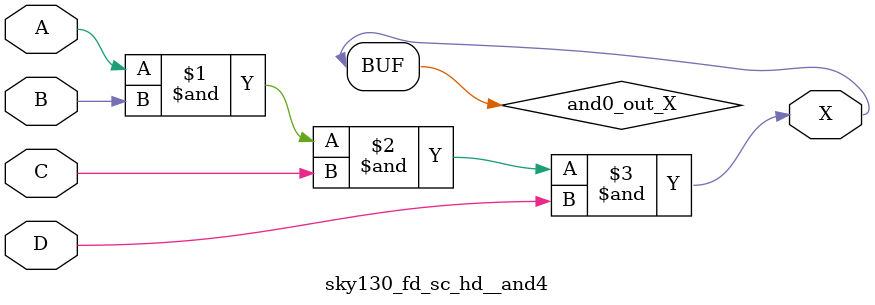
<source format=v>
/*
 * Copyright 2020 The SkyWater PDK Authors
 *
 * Licensed under the Apache License, Version 2.0 (the "License");
 * you may not use this file except in compliance with the License.
 * You may obtain a copy of the License at
 *
 *     https://www.apache.org/licenses/LICENSE-2.0
 *
 * Unless required by applicable law or agreed to in writing, software
 * distributed under the License is distributed on an "AS IS" BASIS,
 * WITHOUT WARRANTIES OR CONDITIONS OF ANY KIND, either express or implied.
 * See the License for the specific language governing permissions and
 * limitations under the License.
 *
 * SPDX-License-Identifier: Apache-2.0
*/


`ifndef SKY130_FD_SC_HD__AND4_FUNCTIONAL_V
`define SKY130_FD_SC_HD__AND4_FUNCTIONAL_V

/**
 * and4: 4-input AND.
 *
 * Verilog simulation functional model.
 */

`timescale 1ns / 1ps
`default_nettype none

`celldefine
module sky130_fd_sc_hd__and4 (
    X,
    A,
    B,
    C,
    D
);

    // Module ports
    output X;
    input  A;
    input  B;
    input  C;
    input  D;

    // Local signals
    wire and0_out_X;

    //  Name  Output      Other arguments
    and and0 (and0_out_X, A, B, C, D     );
    buf buf0 (X         , and0_out_X     );

endmodule
`endcelldefine

`default_nettype wire
`endif  // SKY130_FD_SC_HD__AND4_FUNCTIONAL_V

</source>
